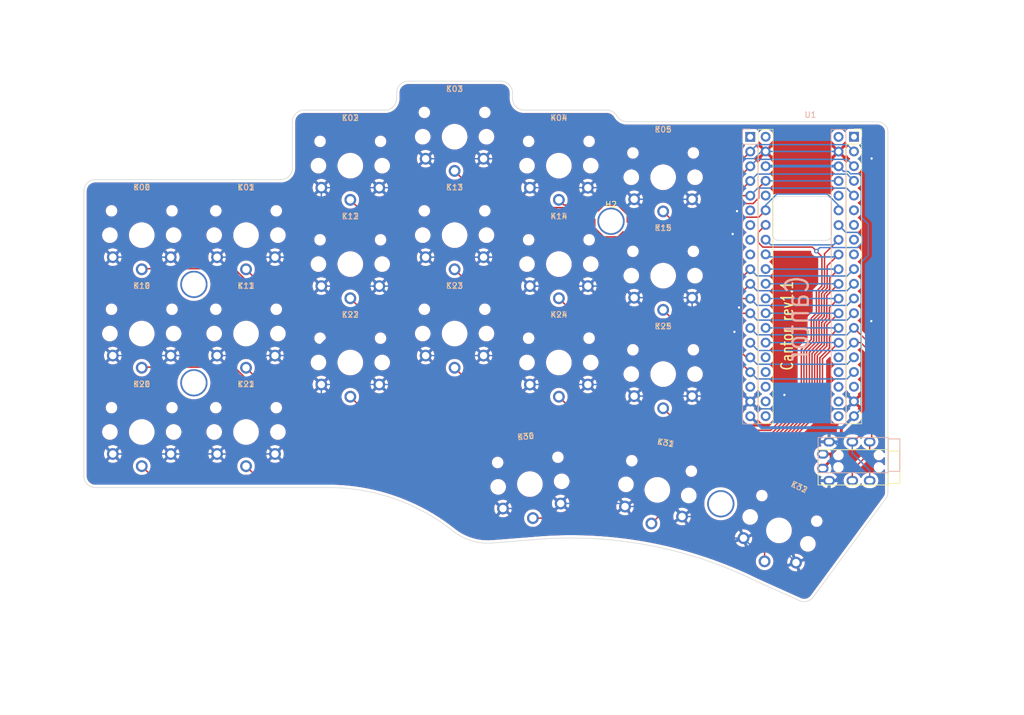
<source format=kicad_pcb>
(kicad_pcb (version 20211014) (generator pcbnew)
  (title_block (rev "rev1.0"))
  (layers (0 "F.Cu" signal) (31 "B.Cu" signal) (34 "B.Paste" user) (35 "F.Paste" user) (36 "B.SilkS" user "B.Silkscreen") (37 "F.SilkS" user "F.Silkscreen") (38 "B.Mask" user) (39 "F.Mask" user) (44 "Edge.Cuts" user))
  (net 0 "")
  (net 1 "+3V3")
  (net 2 "GND")
  (net 3 "/TX")
  (net 4 "/RX")
  (net 5 "/k00")
  (net 6 "/k01")
  (net 7 "/k02")
  (net 8 "/k03")
  (net 9 "/k04")
  (net 10 "/k05")
  (net 11 "/k10")
  (net 12 "/k11")
  (net 13 "/k12")
  (net 14 "/k13")
  (net 15 "/k14")
  (net 16 "/k15")
  (net 17 "/k20")
  (net 18 "/k21")
  (net 19 "/k22")
  (net 20 "/k23")
  (net 21 "/k24")
  (net 22 "/k25")
  (net 23 "/k30")
  (net 24 "/k31")
  (net 25 "/k32")
  (footprint "keyswitches:SW_PG1350_reversible" (layer "F.Cu") (at 164 94)
    (fp_text reference "K25")
    (fp_text value "KEYSW")
  )
  (footprint "cantor:Standoff_Hole" (layer "F.Cu") (at 155 67.6)
    (fp_text reference "H2")
    (fp_text value "MountingHole")
  )
  (footprint "keyswitches:SW_PG1350_reversible" (layer "F.Cu") (at 146 92)
    (fp_text reference "K24")
    (fp_text value "KEYSW")
  )
  (footprint "keyswitches:SW_PG1350_reversible" (layer "F.Cu") (at 92 104)
    (fp_text reference "K21")
    (fp_text value "KEYSW")
  )
  (footprint "keyswitches:SW_PG1350_reversible" (layer "F.Cu") (at 110 58)
    (fp_text reference "K02")
    (fp_text value "KEYSW")
  )
  (footprint "keyswitches:SW_PG1350_reversible" (layer "F.Cu") (at 74 87)
    (fp_text reference "K10")
    (fp_text value "KEYSW")
  )
  (footprint "cantor:Standoff_Hole" (layer "F.Cu") (at 173.95 116.4)
    (fp_text reference "H4")
    (fp_text value "MountingHole" hide)
  )
  (footprint "keyswitches:SW_PG1350_reversible" (layer "F.Cu") (at 146 58)
    (fp_text reference "K04")
    (fp_text value "KEYSW")
  )
  (footprint "keyswitches:SW_PG1350_reversible" (layer "F.Cu") (at 110 75)
    (fp_text reference "K12")
    (fp_text value "KEYSW")
  )
  (footprint "keyswitches:SW_PG1350_reversible" (layer "F.Cu") (at 141 113 5)
    (fp_text reference "K30")
    (fp_text value "KEYSW")
  )
  (footprint "keyswitches:SW_PG1350_reversible" (layer "F.Cu") (at 92 70)
    (fp_text reference "K01")
    (fp_text value "KEYSW")
  )
  (footprint "cantor:Standoff_Hole" (layer "F.Cu") (at 83 78.5)
    (fp_text reference "H1")
    (fp_text value "MountingHole" hide)
  )
  (footprint "keyswitches:SW_PG1350_reversible" (layer "F.Cu") (at 146 75)
    (fp_text reference "K14")
    (fp_text value "KEYSW")
  )
  (footprint "keyswitches:SW_PG1350_reversible" (layer "F.Cu") (at 128 87)
    (fp_text reference "K23")
    (fp_text value "KEYSW")
  )
  (footprint "keyswitches:SW_PG1350_reversible" (layer "F.Cu") (at 128 53)
    (fp_text reference "K03")
    (fp_text value "KEYSW")
  )
  (footprint "keyswitches:SW_PG1350_reversible" (layer "F.Cu") (at 110 92)
    (fp_text reference "K22")
    (fp_text value "KEYSW")
  )
  (footprint "Keebio-Parts:TRRS-PJ-320A" (layer "F.Cu") (at 202.85 110.1 -90)
    (fp_text reference "J1")
    (fp_text value "TRRS")
  )
  (footprint "keyswitches:SW_PG1350_reversible" (layer "F.Cu") (at 164 77)
    (fp_text reference "K15")
    (fp_text value "KEYSW")
  )
  (footprint "keyswitches:SW_PG1350_reversible" (layer "F.Cu") (at 184 121 -25)
    (fp_text reference "K32")
    (fp_text value "KEYSW")
  )
  (footprint "keyswitches:SW_PG1350_reversible" (layer "F.Cu") (at 92 87)
    (fp_text reference "K11")
    (fp_text value "KEYSW")
  )
  (footprint "Footprints:YAAJ_WeAct_BlackPill_2" (layer "F.Cu") (at 179.155 53)
    (fp_text reference "U1")
    (fp_text value "YAAJ_WeAct_BlackPill_Part_Like" hide)
  )
  (footprint "keyswitches:SW_PG1350_reversible" (layer "F.Cu") (at 164 60)
    (fp_text reference "K05")
    (fp_text value "KEYSW")
  )
  (footprint "keyswitches:SW_PG1350_reversible" (layer "F.Cu") (at 74 104)
    (fp_text reference "K20")
    (fp_text value "KEYSW")
  )
  (footprint "keyswitches:SW_PG1350_reversible" (layer "F.Cu") (at 128 70)
    (fp_text reference "K13")
    (fp_text value "KEYSW")
  )
  (footprint "keyswitches:SW_PG1350_reversible" (layer "F.Cu") (at 74 70)
    (fp_text reference "K00")
    (fp_text value "KEYSW")
  )
  (footprint "cantor:Standoff_Hole" (layer "F.Cu") (at 83 95.5)
    (fp_text reference "H3")
    (fp_text value "MountingHole" hide)
  )
  (footprint "keyswitches:SW_PG1350_reversible" (layer "F.Cu") (at 163 114 -10)
    (fp_text reference "K31")
    (fp_text value "KEYSW")
  )
  (gr_line (start 182.9 69.9) (end 182.9 64.3) (layer "Edge.Cuts") (width 0.1))
  (gr_arc (start 201 50.4) (mid 202.272792 50.927208) (end 202.8 52.2) (layer "Edge.Cuts") (width 0.1))
  (gr_arc (start 100 50.4) (mid 100.585786 48.985786) (end 102 48.4) (layer "Edge.Cuts") (width 0.1))
  (gr_line (start 66 113.6) (end 106.5 113.6) (layer "Edge.Cuts") (width 0.1))
  (gr_line (start 189.949999 132.449999) (end 202.434044 115.487896) (layer "Edge.Cuts") (width 0.1))
  (gr_arc (start 134.5 123.175) (mid 130.930967 122.788889) (end 127.75 121.125) (layer "Edge.Cuts") (width 0.1))
  (gr_arc (start 118 45.4) (mid 118.585786 43.985786) (end 120 43.4) (layer "Edge.Cuts") (width 0.1))
  (gr_line (start 192.1 70.9) (end 183.9 70.9) (layer "Edge.Cuts") (width 0.1))
  (gr_line (start 201 50.4) (end 157.750002 50.399998) (layer "Edge.Cuts") (width 0.1))
  (gr_arc (start 182.9 64.3) (mid 183.192893 63.592893) (end 183.9 63.3) (layer "Edge.Cuts") (width 0.1))
  (gr_line (start 118 45.4) (end 118 46.4) (layer "Edge.Cuts") (width 0.1))
  (gr_line (start 138 46.4) (end 138 45.4) (layer "Edge.Cuts") (width 0.1))
  (gr_arc (start 193.1 69.9) (mid 192.807107 70.607107) (end 192.1 70.9) (layer "Edge.Cuts") (width 0.1))
  (gr_line (start 193.092893 64.3) (end 193.1 69.9) (layer "Edge.Cuts") (width 0.1))
  (gr_arc (start 202.8 114.4) (mid 202.70606 114.973899) (end 202.434044 115.487896) (layer "Edge.Cuts") (width 0.1))
  (gr_line (start 100 50.4) (end 100 58.4) (layer "Edge.Cuts") (width 0.1))
  (gr_line (start 98 60.4) (end 66 60.4) (layer "Edge.Cuts") (width 0.1))
  (gr_arc (start 136 43.4) (mid 137.414214 43.985786) (end 138 45.4) (layer "Edge.Cuts") (width 0.1))
  (gr_arc (start 118 46.4) (mid 117.414214 47.814214) (end 116 48.4) (layer "Edge.Cuts") (width 0.1))
  (gr_arc (start 66 113.6) (mid 64.585786 113.014214) (end 64 111.6) (layer "Edge.Cuts") (width 0.1))
  (gr_line (start 202.8 114.4) (end 202.8 113.2) (layer "Edge.Cuts") (width 0.1))
  (gr_line (start 141.8 122.600001) (end 134.5 123.175) (layer "Edge.Cuts") (width 0.1))
  (gr_line (start 180.129399 129.8) (end 187.513868 133.121447) (layer "Edge.Cuts") (width 0.1))
  (gr_arc (start 140 48.4) (mid 138.585786 47.814214) (end 138 46.4) (layer "Edge.Cuts") (width 0.1))
  (gr_arc (start 157.750002 50.399998) (mid 156.742216 50.132373) (end 156 49.4) (layer "Edge.Cuts") (width 0.1))
  (gr_line (start 64 62.4) (end 64 111.6) (layer "Edge.Cuts") (width 0.1))
  (gr_arc (start 192.092893 63.3) (mid 192.8 63.592893) (end 193.092893 64.3) (layer "Edge.Cuts") (width 0.1))
  (gr_arc (start 183.9 70.9) (mid 183.192893 70.607107) (end 182.9 69.9) (layer "Edge.Cuts") (width 0.1))
  (gr_line (start 136 43.4) (end 120 43.4) (layer "Edge.Cuts") (width 0.1))
  (gr_arc (start 64 62.4) (mid 64.585786 60.985786) (end 66 60.4) (layer "Edge.Cuts") (width 0.1))
  (gr_arc (start 106.5 113.600001) (mid 117.756229 115.57996) (end 127.75 121.125) (layer "Edge.Cuts") (width 0.1))
  (gr_line (start 183.9 63.3) (end 192.092893 63.3) (layer "Edge.Cuts") (width 0.1))
  (gr_line (start 116 48.4) (end 102 48.4) (layer "Edge.Cuts") (width 0.1))
  (gr_arc (start 154.3 48.4) (mid 155.286154 48.668538) (end 156 49.4) (layer "Edge.Cuts") (width 0.1))
  (gr_line (start 202.8 113.2) (end 202.8 52.2) (layer "Edge.Cuts") (width 0.1))
  (gr_arc (start 100 58.4) (mid 99.414214 59.814214) (end 98 60.4) (layer "Edge.Cuts") (width 0.1))
  (gr_arc (start 189.949999 132.449999) (mid 188.858511 133.244969) (end 187.513868 133.121447) (layer "Edge.Cuts") (width 0.1))
  (gr_line (start 154.3 48.4) (end 140 48.4) (layer "Edge.Cuts") (width 0.1))
  (gr_arc (start 141.8 122.600001) (mid 161.459797 123.564333) (end 180.129399 129.8) (layer "Edge.Cuts") (width 0.1))
  (gr_text "Cantor" (at 187.15 84.4 90) (layer "B.SilkS") (effects (font (size 4 3) (thickness 0.4)) (justify mirror)))
  (gr_text "Cantor rev1.1" (at 185.4 85.65 90) (layer "F.SilkS") (effects (font (size 2 1.5) (thickness 0.25))))
  (segment (start 193 107.8) (end 191.55 107.8) (width 0.5) (layer "F.Cu") (net 1))
  (segment (start 193 108.85) (end 191.55 110.3) (width 0.5) (layer "F.Cu") (net 1))
  (segment (start 194.75 103.445) (end 194.75 106.05) (width 0.5) (layer "F.Cu") (net 1))
  (segment (start 193.3 107.5) (end 193 107.8) (width 0.5) (layer "F.Cu") (net 1))
  (segment (start 196.935 101.26) (end 194.75 103.445) (width 0.5) (layer "F.Cu") (net 1))
  (segment (start 194.75 106.05) (end 193.3 107.5) (width 0.5) (layer "F.Cu") (net 1))
  (segment (start 193 107.8) (end 193 108.85) (width 0.5) (layer "F.Cu") (net 1))
  (segment (start 179.035 101.28) (end 181.005 103.25) (width 0.5) (layer "B.Cu") (net 1))
  (segment (start 198.2 66.903604) (end 199.4 68.103604) (width 0.25) (layer "B.Cu") (net 1))
  (segment (start 198.2 74.656396) (end 198.2 99.995) (width 0.25) (layer "B.Cu") (net 1))
  (segment (start 199.4 73.456396) (end 198.2 74.656396) (width 0.25) (layer "B.Cu") (net 1))
  (segment (start 194.275 58.1) (end 195.170489 58.995489) (width 0.25) (layer "B.Cu") (net 1))
  (segment (start 196.351396 59.4) (end 198 59.4) (width 0.25) (layer "B.Cu") (net 1))
  (segment (start 194.945 103.25) (end 196.935 101.26) (width 0.5) (layer "B.Cu") (net 1))
  (segment (start 181.005 103.25) (end 194.945 103.25) (width 0.5) (layer "B.Cu") (net 1))
  (segment (start 199.4 68.103604) (end 199.4 73.456396) (width 0.25) (layer "B.Cu") (net 1))
  (segment (start 181.695 58.08) (end 194.255 58.08) (width 0.5) (layer "B.Cu") (net 1))
  (segment (start 194.255 58.08) (end 194.275 58.1) (width 0.25) (layer "B.Cu") (net 1))
  (segment (start 198.2 99.995) (end 196.935 101.26) (width 0.25) (layer "B.Cu") (net 1))
  (segment (start 195.170489 58.995489) (end 195.946885 58.995489) (width 0.25) (layer "B.Cu") (net 1))
  (segment (start 198 59.4) (end 198.2 59.6) (width 0.25) (layer "B.Cu") (net 1))
  (segment (start 195.946885 58.995489) (end 196.351396 59.4) (width 0.25) (layer "B.Cu") (net 1))
  (segment (start 198.2 59.6) (end 198.2 66.903604) (width 0.25) (layer "B.Cu") (net 1))
  (via (at 176.75 65.85) (size 0.8) (drill 0.4) (layers "F.Cu" "B.Cu") (net 2))
  (via (at 176.3 86.7) (size 0.8) (drill 0.4) (layers "F.Cu" "B.Cu") (net 2))
  (via (at 199.98 56.76) (size 0.8) (drill 0.4) (layers "F.Cu" "B.Cu") (net 2))
  (via (at 176 69.8) (size 0.8) (drill 0.4) (layers "F.Cu" "B.Cu") (net 2))
  (via (at 177.1 82.5) (size 0.8) (drill 0.4) (layers "F.Cu" "B.Cu") (net 2))
  (via (at 184.93 97.6) (size 0.8) (drill 0.4) (layers "F.Cu" "B.Cu") (net 2))
  (via (at 199.93 84.85) (size 0.8) (drill 0.4) (layers "F.Cu" "B.Cu") (net 2))
  (segment (start 136 56.8) (end 141 61.8) (width 0.25) (layer "B.Cu") (net 2))
  (segment (start 146.312165 116.349761) (end 156.89183 116.349761) (width 0.25) (layer "B.Cu") (net 2))
  (segment (start 170.61051 107.16449) (end 170.61051 118.61051) (width 0.25) (layer "B.Cu") (net 2))
  (segment (start 194.255 55.54) (end 194.275 55.56) (width 0.25) (layer "B.Cu") (net 2))
  (segment (start 180.295 100) (end 195.655 100) (width 0.25) (layer "B.Cu") (net 2))
  (segment (start 136.350218 117.221319) (end 145.440607 117.221319) (width 0.25) (layer "B.Cu") (net 2))
  (segment (start 79 90.8) (end 69 90.8) (width 0.25) (layer "B.Cu") (net 2))
  (segment (start 97 90.8) (end 100 90.8) (width 0.25) (layer "B.Cu") (net 2))
  (segment (start 115 78.8) (end 118 78.8) (width 0.25) (layer "B.Cu") (net 2))
  (segment (start 115 95.8) (end 118 95.8) (width 0.25) (layer "B.Cu") (net 2))
  (segment (start 79 107.8) (end 69 107.8) (width 0.25) (layer "B.Cu") (net 2))
  (segment (start 83.2 91.8) (end 86 91.8) (width 0.25) (layer "B.Cu") (net 2))
  (segment (start 87 107.8) (end 97 107.8) (width 0.25) (layer "B.Cu") (net 2))
  (segment (start 179.035 98.74) (end 170.61051 107.16449) (width 0.25) (layer "B.Cu") (net 2))
  (segment (start 107.7 86.110114) (end 101.75 92.060114) (width 0.25) (layer "B.Cu") (net 2))
  (segment (start 136 90.8) (end 141 95.8) (width 0.25) (layer "B.Cu") (net 2))
  (segment (start 193.6 112.4) (end 192.65 112.4) (width 0.25) (layer "B.Cu") (net 2))
  (segment (start 151 61.8) (end 154.55 61.8) (width 0.25) (layer "B.Cu") (net 2))
  (segment (start 87 73.8) (end 86 74.8) (width 0.25) (layer "B.Cu") (net 2))
  (segment (start 157 78.8) (end 159 80.8) (width 0.25) (layer "B.Cu") (net 2))
  (segment (start 118 78.8) (end 123 73.8) (width 0.25) (layer "B.Cu") (net 2))
  (segment (start 79 73.8) (end 69 73.8) (width 0.25) (layer "B.Cu") (net 2))
  (segment (start 141 78.8) (end 151 78.8) (width 0.25) (layer "B.Cu") (net 2))
  (segment (start 97 73.8) (end 105 65.8) (width 0.25) (layer "B.Cu") (net 2))
  (segment (start 155.55 95.8) (end 157 95.8) (width 0.25) (layer "B.Cu") (net 2))
  (segment (start 159 63.8) (end 169 63.8) (width 0.25) (layer "B.Cu") (net 2))
  (segment (start 195.5 110.5) (end 195.5 107.7) (width 0.25) (layer "B.Cu") (net 2))
  (segment (start 189.25 119.25) (end 184.434264 124.065736) (width 0.25) (layer "B.Cu") (net 2))
  (segment (start 80 74.8) (end 79 73.8) (width 0.25) (layer "B.Cu") (net 2))
  (segment (start 86 74.8) (end 80 74.8) (width 0.25) (layer "B.Cu") (net 2))
  (segment (start 101.689886 92.060114) (end 101.475 92.275) (width 0.25) (layer "B.Cu") (net 2))
  (segment (start 133 73.8) (end 136 73.8) (width 0.25) (layer "B.Cu") (net 2))
  (segment (start 118 95.8) (end 123 90.8) (width 0.25) (layer "B.Cu") (net 2))
  (segment (start 178.095 97.8) (end 179.035 98.74) (width 0.25) (layer "B.Cu") (net 2))
  (segment (start 105 65.8) (end 105 61.8) (width 0.25) (layer "B.Cu") (net 2))
  (segment (start 83.2 91.8) (end 82.2 90.8) (width 0.25) (layer "B.Cu") (net 2))
  (segment (start 195.5 107.7) (end 193.5 105.7) (width 0.25) (layer "B.Cu") (net 2))
  (segment (start 189.25 116.85) (end 192.65 113.45) (width 0.25) (layer "B.Cu") (net 2))
  (segment (start 87 73.8) (end 97 73.8) (width 0.25) (layer "B.Cu") (net 2))
  (segment (start 105 95.8) (end 115 95.8) (width 0.25) (layer "B.Cu") (net 2))
  (segment (start 100 73.8) (end 105 78.8) (width 0.25) (layer "B.Cu") (net 2))
  (segment (start 169 63.8) (end 176.03 56.77) (width 0.25) (layer "B.Cu") (net 2))
  (segment (start 165.527695 116.874029) (end 167.264176 118.61051) (width 0.25) (layer "B.Cu") (net 2))
  (segment (start 87 90.8) (end 97 90.8) (width 0.25) (layer "B.Cu") (net 2))
  (segment (start 100 90.8) (end 101.475 92.275) (width 0.25) (layer "B.Cu") (net 2))
  (segment (start 79 107.8) (end 87 107.8) (width 0.25) (layer "B.Cu") (net 2))
  (segment (start 123 90.8) (end 133 90.8) (width 0.25) (layer "B.Cu") (net 2))
  (segment (start 105 99.8) (end 105 95.8) (width 0.25) (layer "B.Cu") (net 2))
  (segment (start 155.55 78.8) (end 155.55 95.8) (width 0.25) (layer "B.Cu") (net 2))
  (segment (start 101.475 92.275) (end 105 95.8) (width 0.25) (layer "B.Cu") (net 2))
  (segment (start 157 95.8) (end 159 97.8) (width 0.25) (layer "B.Cu") (net 2))
  (segment (start 151 95.8) (end 155.55 95.8) (width 0.25) (layer "B.Cu") (net 2))
  (segment (start 107.7 78.8) (end 107.7 86.110114) (width 0.25) (layer "B.Cu") (net 2))
  (segment (start 179.729282 56.77) (end 180.959282 55.54) (width 0.25) (layer "B.Cu") (net 2))
  (segment (start 169 83.5) (end 174.55 89.05) (width 0.25) (layer "B.Cu") (net 2))
  (segment (start 97 73.8) (end 100 73.8) (width 0.25) (layer "B.Cu") (net 2))
  (segment (start 157 61.8) (end 159 63.8) (width 0.25) (layer "B.Cu") (net 2))
  (segment (start 86 91.8) (end 87 90.8) (width 0.25) (layer "B.Cu") (net 2))
  (segment (start 193.5 105.7) (end 192.65 105.7) (width 0.25) (layer "B.Cu") (net 2))
  (segment (start 101.75 92.060114) (end 101.689886 92.060114) (width 0.25) (layer "B.Cu") (net 2))
  (segment (start 181.695 55.54) (end 194.255 55.54) (width 0.25) (layer "B.Cu") (net 2))
  (segment (start 192.65 113.45) (end 192.65 112.4) (width 0.25) (layer "B.Cu") (net 2))
  (segment (start 141 95.8) (end 151 95.8) (width 0.25) (layer "B.Cu") (net 2))
  (segment (start 174.330878 122.330878) (end 177.862512 122.330878) (width 0.25) (layer "B.Cu") (net 2))
  (segment (start 169 80.8) (end 169 83.5) (width 0.25) (layer "B.Cu") (net 2))
  (segment (start 157.416098 116.874029) (end 165.527695 116.874029) (width 0.25) (layer "B.Cu") (net 2))
  (segment (start 123 56.8) (end 133 56.8) (width 0.25) (layer "B.Cu") (net 2))
  (segment (start 136 73.8) (end 141 78.8) (width 0.25) (layer "B.Cu") (net 2))
  (segment (start 145.440607 117.221319) (end 146.312165 116.349761) (width 0.25) (layer "B.Cu") (net 2))
  (segment (start 170.61051 118.61051) (end 174.330878 122.330878) (width 0.25) (layer "B.Cu") (net 2))
  (segment (start 184.434264 124.065736) (end 186.92559 126.557061) (width 0.25) (layer "B.Cu") (net 2))
  (segment (start 141 61.8) (end 151 61.8) (width 0.25) (layer "B.Cu") (net 2))
  (segment (start 154.45 78.8) (end 155.55 78.8) (width 0.25) (layer "B.Cu") (net 2))
  (segment (start 195.5 110.5) (end 193.6 112.4) (width 0.25) (layer "B.Cu") (net 2))
  (segment (start 82.2 90.8) (end 79 90.8) (width 0.25) (layer "B.Cu") (net 2))
  (segment (start 174.55 97.8) (end 178.095 97.8) (width 0.25) (layer "B.Cu") (net 2))
  (segment (start 151 78.8) (end 154.45 78.8) (width 0.25) (layer "B.Cu") (net 2))
  (segment (start 154.55 61.8) (end 157 61.8) (width 0.25) (layer "B.Cu") (net 2))
  (segment (start 193.2 112.3) (end 192.6625 112.3) (width 0.25) (layer "B.Cu") (net 2))
  (segment (start 177.862512 122.330878) (end 178.878511 123.346877) (width 0.25) (layer "B.Cu") (net 2))
  (segment (start 174.55 89.05) (end 174.55 97.8) (width 0.25) (layer "B.Cu") (net 2))
  (segment (start 169 97.8) (end 174.55 97.8) (width 0.25) (layer "B.Cu") (net 2))
  (segment (start 195.655 100) (end 196.935 98.72) (width 0.25) (layer "B.Cu") (net 2))
  (segment (start 118 61.8) (end 123 56.8) (width 0.25) (layer "B.Cu") (net 2))
  (segment (start 179.035 98.74) (end 180.295 100) (width 0.25) (layer "B.Cu") (net 2))
  (segment (start 156.89183 116.349761) (end 157.416098 116.874029) (width 0.25) (layer "B.Cu") (net 2))
  (segment (start 105 61.8) (end 115 61.8) (width 0.25) (layer "B.Cu") (net 2))
  (segment (start 178.878511 123.346877) (end 183.715406 123.346877) (width 0.25) (layer "B.Cu") (net 2))
  (segment (start 155.55 78.8) (end 157 78.8) (width 0.25) (layer "B.Cu") (net 2))
  (segment (start 107.7 78.8) (end 115 78.8) (width 0.25) (layer "B.Cu") (net 2))
  (segment (start 123 73.8) (end 133 73.8) (width 0.25) (layer "B.Cu") (net 2))
  (segment (start 159 97.8) (end 169 97.8) (width 0.25) (layer "B.Cu") (net 2))
  (segment (start 115 61.8) (end 118 61.8) (width 0.25) (layer "B.Cu") (net 2))
  (segment (start 183.715406 123.346877) (end 184.434264 124.065736) (width 0.25) (layer "B.Cu") (net 2))
  (segment (start 180.959282 55.54) (end 181.695 55.54) (width 0.25) (layer "B.Cu") (net 2))
  (segment (start 133 90.8) (end 136 90.8) (width 0.25) (layer "B.Cu") (net 2))
  (segment (start 189.25 116.85) (end 189.25 119.25) (width 0.25) (layer "B.Cu") (net 2))
  (segment (start 159 80.8) (end 169 80.8) (width 0.25) (layer "B.Cu") (net 2))
  (segment (start 167.264176 118.61051) (end 170.61051 118.61051) (width 0.25) (layer "B.Cu") (net 2))
  (segment (start 133 56.8) (end 136 56.8) (width 0.25) (layer "B.Cu") (net 2))
  (segment (start 176.03 56.77) (end 179.729282 56.77) (width 0.25) (layer "B.Cu") (net 2))
  (segment (start 105 78.8) (end 107.7 78.8) (width 0.25) (layer "B.Cu") (net 2))
  (segment (start 97 107.8) (end 105 99.8) (width 0.25) (layer "B.Cu") (net 2))
  (segment (start 200 105.35) (end 199.65 105.7) (width 0.25) (layer "F.Cu") (net 3))
  (segment (start 196.65 110.6) (end 196.65 112.4) (width 0.25) (layer "F.Cu") (net 3))
  (segment (start 199.65 107.6) (end 199.65 105.7) (width 0.25) (layer "F.Cu") (net 3))
  (segment (start 199.65 107.6) (end 196.65 110.6) (width 0.25) (layer "F.Cu") (net 3))
  (segment (start 196.935 86.02) (end 200 89.085) (width 0.25) (layer "F.Cu") (net 3))
  (segment (start 200 89.085) (end 200 105.35) (width 0.25) (layer "F.Cu") (net 3))
  (segment (start 193.786995 87.213005) (end 193.788501 87.214511) (width 0.25) (layer "B.Cu") (net 3))
  (segment (start 179.035 86.04) (end 180.208005 87.213005) (width 0.25) (layer "B.Cu") (net 3))
  (segment (start 195.740489 87.214511) (end 196.935 86.02) (width 0.25) (layer "B.Cu") (net 3))
  (segment (start 193.788501 87.214511) (end 195.740489 87.214511) (width 0.25) (layer "B.Cu") (net 3))
  (segment (start 180.208005 87.213005) (end 193.786995 87.213005) (width 0.25) (layer "B.Cu") (net 3))
  (segment (start 198.11 88.56) (end 199.55048 90.00048) (width 0.25) (layer "F.Cu") (net 4))
  (segment (start 199.55048 90.00048) (end 199.55048 102.99952) (width 0.25) (layer "F.Cu") (net 4))
  (segment (start 199.55048 102.99952) (end 196.85 105.7) (width 0.25) (layer "F.Cu") (net 4))
  (segment (start 196.935 88.56) (end 198.11 88.56) (width 0.25) (layer "F.Cu") (net 4))
  (segment (start 196.85 105.7) (end 196.65 105.7) (width 0.25) (layer "F.Cu") (net 4))
  (segment (start 199.65 110.65) (end 199.65 112.4) (width 0.25) (layer "B.Cu") (net 4))
  (segment (start 196.65 107.65) (end 199.65 110.65) (width 0.25) (layer "B.Cu") (net 4))
  (segment (start 180.380489 89.925489) (end 195.569511 89.925489) (width 0.25) (layer "B.Cu") (net 4))
  (segment (start 196.65 105.7) (end 196.65 107.65) (width 0.25) (layer "B.Cu") (net 4))
  (segment (start 179.035 88.58) (end 180.380489 89.925489) (width 0.25) (layer "B.Cu") (net 4))
  (segment (start 195.569511 89.925489) (end 196.935 88.56) (width 0.25) (layer "B.Cu") (net 4))
  (segment (start 92.45 78.25) (end 90 75.8) (width 0.25) (layer "F.Cu") (net 5))
  (segment (start 106.186198 66.94952) (end 101.69952 71.436198) (width 0.25) (layer "F.Cu") (net 5))
  (segment (start 101.69952 71.436198) (end 101.69952 73.936198) (width 0.25) (layer "F.Cu") (net 5))
  (segment (start 90 75.8) (end 74.1 75.8) (width 0.25) (layer "F.Cu") (net 5))
  (segment (start 180.500489 66.894511) (end 174.688321 66.894511) (width 0.25) (layer "F.Cu") (net 5))
  (segment (start 140.2 66.7) (end 136.39904 62.89904) (width 0.25) (layer "F.Cu") (net 5))
  (segment (start 150.8 66.7) (end 140.2 66.7) (width 0.25) (layer "F.Cu") (net 5))
  (segment (start 156.386396 70.75) (end 153.55 70.75) (width 0.25) (layer "F.Cu") (net 5))
  (segment (start 151.75 68.95) (end 151.75 67.65) (width 0.25) (layer "F.Cu") (net 5))
  (segment (start 157.236876 69.89952) (end 156.386396 70.75) (width 0.25) (layer "F.Cu") (net 5))
  (segment (start 174.688321 66.894511) (end 171.683311 69.89952) (width 0.25) (layer "F.Cu") (net 5))
  (segment (start 74.1 75.8) (end 74 75.9) (width 0.25) (layer "F.Cu") (net 5))
  (segment (start 171.683311 69.89952) (end 157.236876 69.89952) (width 0.25) (layer "F.Cu") (net 5))
  (segment (start 151.75 67.65) (end 150.8 66.7) (width 0.25) (layer "F.Cu") (net 5))
  (segment (start 153.55 70.75) (end 151.75 68.95) (width 0.25) (layer "F.Cu") (net 5))
  (segment (start 97.385717 78.25) (end 92.45 78.25) (width 0.25) (layer "F.Cu") (net 5))
  (segment (start 115.571915 66.94952) (end 106.186198 66.94952) (width 0.25) (layer "F.Cu") (net 5))
  (segment (start 101.69952 73.936198) (end 97.385717 78.25) (width 0.25) (layer "F.Cu") (net 5))
  (segment (start 181.695 65.7) (end 180.500489 66.894511) (width 0.25) (layer "F.Cu") (net 5))
  (segment (start 119.622396 62.89904) (end 115.571915 66.94952) (width 0.25) (layer "F.Cu") (net 5))
  (segment (start 136.39904 62.89904) (end 119.622396 62.89904) (width 0.25) (layer "F.Cu") (net 5))
  (segment (start 181.695 64.821701) (end 183.616701 62.9) (width 0.25) (layer "B.Cu") (net 5))
  (segment (start 183.616701 62.9) (end 192.333299 62.9) (width 0.25) (layer "B.Cu") (net 5))
  (segment (start 181.695 65.7) (end 181.695 64.821701) (width 0.25) (layer "B.Cu") (net 5))
  (segment (start 192.333299 62.9) (end 194.275 64.841701) (width 0.25) (layer "B.Cu") (net 5))
  (segment (start 194.275 64.841701) (end 194.275 65.72) (width 0.25) (layer "B.Cu") (net 5))
  (segment (start 179.521499 64.545489) (end 180.5 63.566988) (width 0.25) (layer "F.Cu") (net 6))
  (segment (start 152.2 67.3) (end 152.2 68.763604) (width 0.25) (layer "F.Cu") (net 6))
  (segment (start 92 75.9) (end 93.9 77.8) (width 0.25) (layer "F.Cu") (net 6))
  (segment (start 180.5 63.566988) (end 180.5 61.815) (width 0.25) (layer "F.Cu") (net 6))
  (segment (start 171.496915 69.44952) (end 176.400947 64.545489) (width 0.25) (layer "F.Cu") (net 6))
  (segment (start 156.2 70.3) (end 157.05048 69.44952) (width 0.25) (layer "F.Cu") (net 6))
  (segment (start 115.385718 66.5) (end 119.436198 62.44952) (width 0.25) (layer "F.Cu") (net 6))
  (segment (start 157.05048 69.44952) (end 171.496915 69.44952) (width 0.25) (layer "F.Cu") (net 6))
  (segment (start 119.436198 62.44952) (end 136.69952 62.44952) (width 0.25) (layer "F.Cu") (net 6))
  (segment (start 97.19952 77.80048) (end 101.25 73.75) (width 0.25) (layer "F.Cu") (net 6))
  (segment (start 136.69952 62.44952) (end 140.5 66.25) (width 0.25) (layer "F.Cu") (net 6))
  (segment (start 151.15 66.25) (end 152.2 67.3) (width 0.25) (layer "F.Cu") (net 6))
  (segment (start 180.5 61.815) (end 181.695 60.62) (width 0.25) (layer "F.Cu") (net 6))
  (segment (start 106 66.5) (end 115.385718 66.5) (width 0.25) (layer "F.Cu") (net 6))
  (segment (start 153.736396 70.3) (end 156.2 70.3) (width 0.25) (layer "F.Cu") (net 6))
  (segment (start 140.5 66.25) (end 151.15 66.25) (width 0.25) (layer "F.Cu") (net 6))
  (segment (start 176.400947 64.545489) (end 179.521499 64.545489) (width 0.25) (layer "F.Cu") (net 6))
  (segment (start 94.9 77.8) (end 94.90048 77.80048) (width 0.25) (layer "F.Cu") (net 6))
  (segment (start 101.25 71.25) (end 106 66.5) (width 0.25) (layer "F.Cu") (net 6))
  (segment (start 94.90048 77.80048) (end 97.19952 77.80048) (width 0.25) (layer "F.Cu") (net 6))
  (segment (start 93.9 77.8) (end 94.9 77.8) (width 0.25) (layer "F.Cu") (net 6))
  (segment (start 152.2 68.763604) (end 153.736396 70.3) (width 0.25) (layer "F.Cu") (net 6))
  (segment (start 101.25 73.75) (end 101.25 71.25) (width 0.25) (layer "F.Cu") (net 6))
  (segment (start 194.255 60.62) (end 194.275 60.64) (width 0.25) (layer "B.Cu") (net 6))
  (segment (start 181.695 60.62) (end 194.255 60.62) (width 0.25) (layer "B.Cu") (net 6))
  (segment (start 112.1 66) (end 110 63.9) (width 0.25) (layer "F.Cu") (net 7))
  (segment (start 137 62) (end 119.25 62) (width 0.25) (layer "F.Cu") (net 7))
  (segment (start 179.035 63.18) (end 177.130718 63.18) (width 0.25) (layer "F.Cu") (net 7))
  (segment (start 159.1 69) (end 157.8 67.7) (width 0.25) (layer "F.Cu") (net 7))
  (segment (start 177.130718 63.18) (end 171.310718 69) (width 0.25) (layer "F.Cu") (net 7))
  (segment (start 157.8 66.436396) (end 156.163604 64.8) (width 0.25) (layer "F.Cu") (net 7))
  (segment (start 140.8 65.8) (end 137 62) (width 0.25) (layer "F.Cu") (net 7))
  (segment (start 152.8 65.8) (end 140.8 65.8) (width 0.25) (layer "F.Cu") (net 7))
  (segment (start 171.310718 69) (end 159.1 69) (width 0.25) (layer "F.Cu") (net 7))
  (segment (start 156.163604 64.8) (end 153.8 64.8) (width 0.25) (layer "F.Cu") (net 7))
  (segment (start 153.8 64.8) (end 152.8 65.8) (width 0.25) (layer "F.Cu") (net 7))
  (segment (start 115.25 66) (end 112.1 66) (width 0.25) (layer "F.Cu") (net 7))
  (segment (start 157.8 67.7) (end 157.8 66.436396) (width 0.25) (layer "F.Cu") (net 7))
  (segment (start 119.25 62) (end 115.25 66) (width 0.25) (layer "F.Cu") (net 7))
  (segment (start 180.345 61.87) (end 195.645 61.87) (width 0.25) (layer "B.Cu") (net 7))
  (segment (start 179.035 63.18) (end 180.345 61.87) (width 0.25) (layer "B.Cu") (net 7))
  (segment (start 195.645 61.87) (end 196.935 63.16) (width 0.25) (layer "B.Cu") (net 7))
  (segment (start 153.613604 64.35) (end 152.722604 65.241) (width 0.25) (layer "F.Cu") (net 8))
  (segment (start 158.25 66.25) (end 156.35 64.35) (width 0.25) (layer "F.Cu") (net 8))
  (segment (start 158.25 67.45) (end 158.25 66.25) (width 0.25) (layer "F.Cu") (net 8))
  (segment (start 137.3 61.55) (end 130.65 61.55) (width 0.25) (layer "F.Cu") (net 8))
  (segment (start 156.35 64.35) (end 153.613604 64.35) (width 0.25) (layer "F.Cu") (net 8))
  (segment (start 130.65 61.55) (end 128 58.9) (width 0.25) (layer "F.Cu") (net 8))
  (segment (start 171.175 68.5) (end 159.3 68.5) (width 0.25) (layer "F.Cu") (net 8))
  (segment (start 152.722604 65.241) (end 140.991 65.241) (width 0.25) (layer "F.Cu") (net 8))
  (segment (start 140.991 65.241) (end 137.3 61.55) (width 0.25) (layer "F.Cu") (net 8))
  (segment (start 159.3 68.5) (end 158.25 67.45) (width 0.25) (layer "F.Cu") (net 8))
  (segment (start 179.035 60.64) (end 171.175 68.5) (width 0.25) (layer "F.Cu") (net 8))
  (segment (start 179.035 60.64) (end 180.229511 59.445489) (width 0.25) (layer "B.Cu") (net 8))
  (segment (start 180.229511 59.445489) (end 195.760489 59.445489) (width 0.25) (layer "B.Cu") (net 8))
  (segment (start 195.760489 59.445489) (end 196.935 60.62) (width 0.25) (layer "B.Cu") (net 8))
  (segment (start 158.7 67.1) (end 158.7 66) (width 0.25) (layer "F.Cu") (net 9))
  (segment (start 177.3 59.835) (end 177.3 61.739282) (width 0.25) (layer "F.Cu") (net 9))
  (segment (start 179.035 58.1) (end 177.3 59.835) (width 0.25) (layer "F.Cu") (net 9))
  (segment (start 177.3 61.739282) (end 171.039282 68) (width 0.25) (layer "F.Cu") (net 9))
  (segment (start 158.7 66) (end 156.6 63.9) (width 0.25) (layer "F.Cu") (net 9))
  (segment (start 146.891 64.791) (end 146 63.9) (width 0.25) (layer "F.Cu") (net 9))
  (segment (start 156.6 63.9) (end 153.427208 63.9) (width 0.25) (layer "F.Cu") (net 9))
  (segment (start 153.427208 63.9) (end 152.536208 64.791) (width 0.25) (layer "F.Cu") (net 9))
  (segment (start 159.6 68) (end 158.7 67.1) (width 0.25) (layer "F.Cu") (net 9))
  (segment (start 171.039282 68) (end 159.6 68) (width 0.25) (layer "F.Cu") (net 9))
  (segment (start 152.536208 64.791) (end 146.891 64.791) (width 0.25) (layer "F.Cu") (net 9))
  (segment (start 179.035 58.1) (end 180.229511 56.905489) (width 0.25) (layer "B.Cu") (net 9))
  (segment (start 195.760489 56.905489) (end 196.935 58.08) (width 0.25) (layer "B.Cu") (net 9))
  (segment (start 180.229511 56.905489) (end 195.760489 56.905489) (width 0.25) (layer "B.Cu") (net 9))
  (segment (start 176.85048 57.74452) (end 176.85048 61.553084) (width 0.25) (layer "F.Cu") (net 10))
  (segment (start 179.035 55.56) (end 176.85048 57.74452) (width 0.25) (layer "F.Cu") (net 10))
  (segment (start 176.85048 61.553084) (end 170.853084 67.55048) (width 0.25) (layer "F.Cu") (net 10))
  (segment (start 170.853084 67.55048) (end 165.65048 67.55048) (width 0.25) (layer "F.Cu") (net 10))
  (segment (start 165.65048 67.55048) (end 164 65.9) (width 0.25) (layer "F.Cu") (net 10))
  (segment (start 179.035 55.56) (end 180.229511 54.365489) (width 0.25) (layer "B.Cu") (net 10))
  (segment (start 195.760489 54.365489) (end 196.935 55.54) (width 0.25) (layer "B.Cu") (net 10))
  (segment (start 180.229511 54.365489) (end 195.760489 54.365489) (width 0.25) (layer "B.Cu") (net 10))
  (segment (start 172.99904 86.39904) (end 142.627604 86.39904) (width 0.25) (layer "F.Cu") (net 11))
  (segment (start 90 92.8) (end 74.1 92.8) (width 0.25) (layer "F.Cu") (net 11))
  (segment (start 177.5 92.125) (end 177.5 90.9) (width 0.25) (layer "F.Cu") (net 11))
  (segment (start 100.75 92) (end 98 94.75) (width 0.25) (layer "F.Cu") (net 11))
  (segment (start 179.035 93.66) (end 177.5 92.125) (width 0.25) (layer "F.Cu") (net 11))
  (segment (start 100.75 89.135718) (end 100.75 92) (width 0.25) (layer "F.Cu") (net 11))
  (segment (start 118.254057 79.517379) (end 114.021436 83.75) (width 0.25) (layer "F.Cu") (net 11))
  (segment (start 74.1 92.8) (end 74 92.9) (width 0.25) (layer "F.Cu") (net 11))
  (segment (start 177.5 90.9) (end 172.99904 86.39904) (width 0.25) (layer "F.Cu") (net 11))
  (segment (start 98 94.75) (end 91.95 94.75) (width 0.25) (layer "F.Cu") (net 11))
  (segment (start 135.745944 79.517379) (end 118.254057 79.517379) (width 0.25) (layer "F.Cu") (net 11))
  (segment (start 91.95 94.75) (end 90 92.8) (width 0.25) (layer "F.Cu") (net 11))
  (segment (start 142.627604 86.39904) (end 135.745944 79.517379) (width 0.25) (layer "F.Cu") (net 11))
  (segment (start 106.135718 83.75) (end 100.75 89.135718) (width 0.25) (layer "F.Cu") (net 11))
  (segment (start 114.021436 83.75) (end 106.135718 83.75) (width 0.25) (layer "F.Cu") (net 11))
  (segment (start 179.035 93.66) (end 180.209511 94.834511) (width 0.25) (layer "B.Cu") (net 11))
  (segment (start 180.209511 94.834511) (end 195.740489 94.834511) (width 0.25) (layer "B.Cu") (net 11))
  (segment (start 195.740489 94.834511) (end 196.935 93.64) (width 0.25) (layer "B.Cu") (net 11))
  (segment (start 173.18952 85.94952) (end 142.813802 85.94952) (width 0.25) (layer "F.Cu") (net 12))
  (segment (start 100.30048 91.813802) (end 97.813802 94.30048) (width 0.25) (layer "F.Cu") (net 12))
  (segment (start 93.40048 94.30048) (end 92 92.9) (width 0.25) (layer "F.Cu") (net 12))
  (segment (start 118.067859 79.067859) (end 113.885718 83.25) (width 0.25) (layer "F.Cu") (net 12))
  (segment (start 179.035 91.12) (end 178.36 91.12) (width 0.25) (layer "F.Cu") (net 12))
  (segment (start 100.30048 88.949521) (end 100.30048 91.813802) (width 0.25) (layer "F.Cu") (net 12))
  (segment (start 135.932141 79.067859) (end 118.067859 79.067859) (width 0.25) (layer "F.Cu") (net 12))
  (segment (start 142.813802 85.94952) (end 135.932141 79.067859) (width 0.25) (layer "F.Cu") (net 12))
  (segment (start 106 83.25) (end 100.30048 88.949521) (width 0.25) (layer "F.Cu") (net 12))
  (segment (start 178.36 91.12) (end 173.18952 85.94952) (width 0.25) (layer "F.Cu") (net 12))
  (segment (start 97.813802 94.30048) (end 93.40048 94.30048) (width 0.25) (layer "F.Cu") (net 12))
  (segment (start 113.885718 83.25) (end 106 83.25) (width 0.25) (layer "F.Cu") (net 12))
  (segment (start 195.740489 92.294511) (end 196.935 91.1) (width 0.25) (layer "B.Cu") (net 12))
  (segment (start 180.209511 92.294511) (end 195.740489 92.294511) (width 0.25) (layer "B.Cu") (net 12))
  (segment (start 179.035 91.12) (end 180.209511 92.294511) (width 0.25) (layer "B.Cu") (net 12))
  (segment (start 175.226436 83.5) (end 173.226435 85.5) (width 0.25) (layer "F.Cu") (net 13))
  (segment (start 143 85.5) (end 136 78.5) (width 0.25) (layer "F.Cu") (net 13))
  (segment (start 111.75 82.65) (end 110 80.9) (width 0.25) (layer "F.Cu") (net 13))
  (segment (start 179.035 83.5) (end 175.226436 83.5) (width 0.25) (layer "F.Cu") (net 13))
  (segment (start 113.85 82.65) (end 111.75 82.65) (width 0.25) (layer "F.Cu") (net 13))
  (segment (start 136 78.5) (end 118 78.5) (width 0.25) (layer "F.Cu") (net 13))
  (segment (start 173.226435 85.5) (end 143 85.5) (width 0.25) (layer "F.Cu") (net 13))
  (segment (start 118 78.5) (end 113.85 82.65) (width 0.25) (layer "F.Cu") (net 13))
  (segment (start 195.740489 84.674511) (end 196.935 83.48) (width 0.25) (layer "B.Cu") (net 13))
  (segment (start 179.035 83.5) (end 180.209511 84.674511) (width 0.25) (layer "B.Cu") (net 13))
  (segment (start 180.209511 84.674511) (end 195.740489 84.674511) (width 0.25) (layer "B.Cu") (net 13))
  (segment (start 143.25 85) (end 136.30048 78.05048) (width 0.25) (layer "F.Cu") (net 14))
  (segment (start 136.30048 78.05048) (end 130.15048 78.05048) (width 0.25) (layer "F.Cu") (net 14))
  (segment (start 177.130718 80.96) (end 173.090718 85) (width 0.25) (layer "F.Cu") (net 14))
  (segment (start 179.035 80.96) (end 177.130718 80.96) (width 0.25) (layer "F.Cu") (net 14))
  (segment (start 130.15048 78.05048) (end 128 75.9) (width 0.25) (layer "F.Cu") (net 14))
  (segment (start 173.090718 85) (end 143.25 85) (width 0.25) (layer "F.Cu") (net 14))
  (segment (start 179.035 80.96) (end 180.209511 82.134511) (width 0.25) (layer "B.Cu") (net 14))
  (segment (start 180.209511 82.134511) (end 195.740489 82.134511) (width 0.25) (layer "B.Cu") (net 14))
  (segment (start 195.740489 82.134511) (end 196.935 80.94) (width 0.25) (layer "B.Cu") (net 14))
  (segment (start 149.6 84.5) (end 146 80.9) (width 0.25) (layer "F.Cu") (net 15))
  (segment (start 179.035 78.42) (end 172.955 84.5) (width 0.25) (layer "F.Cu") (net 15))
  (segment (start 172.955 84.5) (end 149.6 84.5) (width 0.25) (layer "F.Cu") (net 15))
  (segment (start 195.740489 79.594511) (end 196.935 78.4) (width 0.25) (layer "B.Cu") (net 15))
  (segment (start 180.209511 79.594511) (end 195.740489 79.594511) (width 0.25) (layer "B.Cu") (net 15))
  (segment (start 179.035 78.42) (end 180.209511 79.594511) (width 0.25) (layer "B.Cu") (net 15))
  (segment (start 165.15048 84.05048) (end 164 82.9) (width 0.25) (layer "F.Cu") (net 16))
  (segment (start 177.4 79.419282) (end 172.768802 84.05048) (width 0.25) (layer "F.Cu") (net 16))
  (segment (start 177.4 77.515) (end 177.4 79.419282) (width 0.25) (layer "F.Cu") (net 16))
  (segment (start 172.768802 84.05048) (end 165.15048 84.05048) (width 0.25) (layer "F.Cu") (net 16))
  (segment (start 179.035 75.88) (end 177.4 77.515) (width 0.25) (layer "F.Cu") (net 16))
  (segment (start 179.035 75.88) (end 180.189511 77.034511) (width 0.25) (layer "B.Cu") (net 16))
  (segment (start 195.740489 77.054511) (end 196.935 75.86) (width 0.25) (layer "B.Cu") (net 16))
  (segment (start 192.275009 77.034511) (end 192.295009 77.054511) (width 0.25) (layer "B.Cu") (net 16))
  (segment (start 180.189511 77.034511) (end 192.275009 77.034511) (width 0.25) (layer "B.Cu") (net 16))
  (segment (start 192.295009 77.054511) (end 195.740489 77.054511) (width 0.25) (layer "B.Cu") (net 16))
  (segment (start 191.810601 85.289399) (end 191.810601 88.963802) (width 0.25) (layer "F.Cu") (net 17))
  (segment (start 183.592846 106) (end 139.114282 106) (width 0.25) (layer "F.Cu") (net 17))
  (segment (start 190.15144 99.441406) (end 183.592846 106) (width 0.25) (layer "F.Cu") (net 17))
  (segment (start 191.810601 88.963802) (end 190.15144 90.622963) (width 0.25) (layer "F.Cu") (net 17))
  (segment (start 190.15144 90.622963) (end 190.15144 99.441406) (width 0.25) (layer "F.Cu") (net 17))
  (segment (start 139.114282 106) (end 135.063802 101.94952) (width 0.25) (layer "F.Cu") (net 17))
  (segment (start 75.6 111.5) (end 74 109.9) (width 0.25) (layer "F.Cu") (net 17))
  (segment (start 192.7 84.4) (end 191.810601 85.289399) (width 0.25) (layer "F.Cu") (net 17))
  (segment (start 192.7 82.535) (end 192.7 84.4) (width 0.25) (layer "F.Cu") (net 17))
  (segment (start 108.30048 101.94952) (end 98.75 111.5) (width 0.25) (layer "F.Cu") (net 17))
  (segment (start 98.75 111.5) (end 75.6 111.5) (width 0.25) (layer "F.Cu") (net 17))
  (segment (start 194.275 80.96) (end 192.7 82.535) (width 0.25) (layer "F.Cu") (net 17))
  (segment (start 135.063802 101.94952) (end 108.30048 101.94952) (width 0.25) (layer "F.Cu") (net 17))
  (segment (start 181.695 80.94) (end 194.255 80.94) (width 0.25) (layer "B.Cu") (net 17))
  (segment (start 194.255 80.94) (end 194.275 80.96) (width 0.25) (layer "B.Cu") (net 17))
  (segment (start 191.361081 85.103202) (end 191.361081 88.777604) (width 0.25) (layer "F.Cu") (net 18))
  (segment (start 191.361081 88.777604) (end 189.70192 90.436765) (width 0.25) (layer "F.Cu") (net 18))
  (segment (start 183.457128 105.5) (end 139.25 105.5) (width 0.25) (layer "F.Cu") (net 18))
  (segment (start 135.25 101.5) (end 108 101.5) (width 0.25) (layer "F.Cu") (net 18))
  (segment (start 189.70192 99.255208) (end 183.457128 105.5) (width 0.25) (layer "F.Cu") (net 18))
  (segment (start 108 101.5) (end 98.44952 111.05048) (width 0.25) (layer "F.Cu") (net 18))
  (segment (start 139.25 105.5) (end 135.25 101.5) (width 0.25) (layer "F.Cu") (net 18))
  (segment (start 194.275 78.42) (end 192.25048 80.44452) (width 0.25) (layer "F.Cu") (net 18))
  (segment (start 93.15048 111.05048) (end 92 109.9) (width 0.25) (layer "F.Cu") (net 18))
  (segment (start 192.25048 84.213802) (end 191.361081 85.103202) (width 0.25) (layer "F.Cu") (net 18))
  (segment (start 189.70192 90.436765) (end 189.70192 99.255208) (width 0.25) (layer "F.Cu") (net 18))
  (segment (start 98.44952 111.05048) (end 93.15048 111.05048) (width 0.25) (layer "F.Cu") (net 18))
  (segment (start 192.25048 80.44452) (end 192.25048 84.213802) (width 0.25) (layer "F.Cu") (net 18))
  (segment (start 194.255 78.4) (end 194.275 78.42) (width 0.25) (layer "B.Cu") (net 18))
  (segment (start 181.695 78.4) (end 194.255 78.4) (width 0.25) (layer "B.Cu") (net 18))
  (segment (start 135.436197 101.05048) (end 113.15048 101.05048) (width 0.25) (layer "F.Cu") (net 19))
  (segment (start 192.754641 77.400359) (end 192.754641 79.304641) (width 0.25) (layer "F.Cu") (net 19))
  (segment (start 139.436197 105.05048) (end 135.436197 101.05048) (width 0.25) (layer "F.Cu") (net 19))
  (segment (start 191.80096 84.027605) (end 190.911562 84.917003) (width 0.25) (layer "F.Cu") (net 19))
  (segment (start 190.911562 84.917003) (end 190.911561 88.591406) (width 0.25) (layer "F.Cu") (net 19))
  (segment (start 189.25 90.252967) (end 189.25 99) (width 0.25) (layer "F.Cu") (net 19))
  (segment (start 113.15048 101.05048) (end 110 97.9) (width 0.25) (layer "F.Cu") (net 19))
  (segment (start 183.19952 105.05048) (end 139.436197 105.05048) (width 0.25) (layer "F.Cu") (net 19))
  (segment (start 189.25 99) (end 183.19952 105.05048) (width 0.25) (layer "F.Cu") (net 19))
  (segment (start 191.80096 80.258323) (end 191.80096 84.027605) (width 0.25) (layer "F.Cu") (net 19))
  (segment (start 190.911561 88.591406) (end 189.25 90.252967) (width 0.25) (layer "F.Cu") (net 19))
  (segment (start 194.275 75.88) (end 192.754641 77.400359) (width 0.25) (layer "F.Cu") (net 19))
  (segment (start 192.754641 79.304641) (end 191.80096 80.258323) (width 0.25) (layer "F.Cu") (net 19))
  (segment (start 194.255 75.86) (end 194.275 75.88) (width 0.25) (layer "B.Cu") (net 19))
  (segment (start 181.695 75.86) (end 194.255 75.86) (width 0.25) (layer "B.Cu") (net 19))
  (segment (start 194.275 73.34) (end 192.305121 75.309879) (width 0.25) (layer "F.Cu") (net 20))
  (segment (start 192.305121 79.118444) (end 191.35144 80.072126) (width 0.25) (layer "F.Cu") (net 20))
  (segment (start 191.35144 80.072126) (end 191.35144 83.841407) (width 0.25) (layer "F.Cu") (net 20))
  (segment (start 183.013322 104.60096) (end 139.70096 104.60096) (width 0.25) (layer "F.Cu") (net 20))
  (segment (start 192.305121 75.309879) (end 192.305121 79.118444) (width 0.25) (layer "F.Cu") (net 20))
  (segment (start 188.75 90.117249) (end 188.75 98.864282) (width 0.25) (layer "F.Cu") (net 20))
  (segment (start 190.462042 84.730806) (end 190.462042 88.405207) (width 0.25) (layer "F.Cu") (net 20))
  (segment (start 190.462042 88.405207) (end 188.75 90.117249) (width 0.25) (layer "F.Cu") (net 20))
  (segment (start 139.70096 104.60096) (end 128 92.9) (width 0.25) (layer "F.Cu") (net 20))
  (segment (start 191.35144 83.841407) (end 190.462042 84.730806) (width 0.25) (layer "F.Cu") (net 20))
  (segment (start 188.75 98.864282) (end 183.013322 104.60096) (width 0.25) (layer "F.Cu") (net 20))
  (segment (start 181.695 73.32) (end 182.135 73.76) (width 0.25) (layer "B.Cu") (net 20))
  (segment (start 182.135 73.76) (end 193.855 73.76) (width 0.25) (layer "B.Cu") (net 20))
  (segment (start 193.855 73.76) (end 194.275 73.34) (width 0.25) (layer "B.Cu") (net 20))
  (segment (start 190.012523 84.544607) (end 190.012522 88.219009) (width 0.25) (layer "F.Cu") (net 21))
  (segment (start 152.25144 104.15144) (end 146 97.9) (width 0.25) (layer "F.Cu") (net 21))
  (segment (start 182.827124 104.15144) (end 152.25144 104.15144) (width 0.25) (layer "F.Cu") (net 21))
  (segment (start 188.30048 98.678084) (end 182.827124 104.15144) (width 0.25) (layer "F.Cu") (net 21))
  (segment (start 194.275 70.8) (end 191.855601 73.219399) (width 0.25) (layer "F.Cu") (net 21))
  (segment (start 190.90192 83.65521) (end 190.012523 84.544607) (width 0.25) (layer "F.Cu") (net 21))
  (segment (start 191.855601 73.219399) (end 191.855601 78.932247) (width 0.25) (layer "F.Cu") (net 21))
  (segment (start 190.012522 88.219009) (end 188.30048 89.931052) (width 0.25) (layer "F.Cu") (net 21))
  (segment (start 191.855601 78.932247) (end 190.901921 79.885927) (width 0.25) (layer "F.Cu") (net 21))
  (segment (start 190.901921 79.885927) (end 190.90192 83.65521) (width 0.25) (layer "F.Cu") (net 21))
  (segment (start 188.30048 89.931052) (end 188.30048 98.678084) (width 0.25) (layer "F.Cu") (net 21))
  (segment (start 193.395 71.68) (end 194.275 70.8) (width 0.25) (layer "B.Cu") (net 21))
  (segment (start 182.595 71.68) (end 193.395 71.68) (width 0.25) (layer "B.Cu") (net 21))
  (segment (start 181.695 70.78) (end 182.595 71.68) (width 0.25) (layer "B.Cu") (net 21))
  (segment (start 191.406081 78.746049) (end 190.452401 79.69973) (width 0.25) (layer "F.Cu") (net 22))
  (segment (start 189.563002 88.032811) (end 187.85096 89.744855) (width 0.25) (layer "F.Cu") (net 22))
  (segment (start 187.85096 98.39904) (end 182.54808 103.70192) (width 0.25) (layer "F.Cu") (net 22))
  (segment (start 190.452401 79.69973) (end 190.452401 83.469011) (width 0.25) (layer "F.Cu") (net 22))
  (segment (start 180.4 69.535) (end 180.4 71.26) (width 0.25) (layer "F.Cu") (net 22))
  (segment (start 187.85096 89.744855) (end 187.85096 98.39904) (width 0.25) (layer "F.Cu") (net 22))
  (segment (start 191.406081 73.706081) (end 191.406081 78.746049) (width 0.25) (layer "F.Cu") (net 22))
  (segment (start 167.80192 103.70192) (end 164 99.9) (width 0.25) (layer "F.Cu") (net 22))
  (segment (start 190.45 72.75) (end 191.406081 73.706081) (width 0.25) (layer "F.Cu") (net 22))
  (segment (start 189.76 72.06) (end 190.45 72.75) (width 0.25) (layer "F.Cu") (net 22))
  (segment (start 181.695 68.24) (end 180.4 69.535) (width 0.25) (layer "F.Cu") (net 22))
  (segment (start 182.54808 103.70192) (end 167.80192 103.70192) (width 0.25) (layer "F.Cu") (net 22))
  (segment (start 181.2 72.06) (end 189.76 72.06) (width 0.25) (layer "F.Cu") (net 22))
  (segment (start 190.452401 83.469011) (end 189.563003 84.35841) (width 0.25) (layer "F.Cu") (net 22))
  (segment (start 180.4 71.26) (end 181.2 72.06) (width 0.25) (layer "F.Cu") (net 22))
  (segment (start 189.563003 84.35841) (end 189.563002 88.032811) (width 0.25) (layer "F.Cu") (net 22))
  (via (at 190.45 72.75) (size 0.8) (drill 0.4) (layers "F.Cu" "B.Cu") (net 22))
  (segment (start 198.31 70.26) (end 197.57 69.52) (width 0.25) (layer "B.Cu") (net 22))
  (segment (start 198.31 71.36) (end 198.31 70.26) (width 0.25) (layer "B.Cu") (net 22))
  (segment (start 197.53 72.14) (end 198.31 71.36) (width 0.25) (layer "B.Cu") (net 22))
  (segment (start 197.57 69.52) (end 195.535 69.52) (width 0.25) (layer "B.Cu") (net 22))
  (segment (start 190.45 72.75) (end 191.06 72.14) (width 0.25) (layer "B.Cu") (net 22))
  (segment (start 195.535 69.52) (end 194.275 68.26) (width 0.25) (layer "B.Cu") (net 22))
  (segment (start 191.06 72.14) (end 197.53 72.14) (width 0.25) (layer "B.Cu") (net 22))
  (segment (start 194.275 83.5) (end 192.260121 85.514879) (width 0.25) (layer "F.Cu") (net 23))
  (segment (start 192.260121 89.15) (end 190.60096 90.809161) (width 0.25) (layer "F.Cu") (net 23))
  (segment (start 192.260121 85.514879) (end 192.260121 89.15) (width 0.25) (layer "F.Cu") (net 23))
  (segment (start 190.60096 99.627604) (end 183.728564 106.5) (width 0.25) (layer "F.Cu") (net 23))
  (segment (start 190.60096 90.809161) (end 190.60096 99.627604) (width 0.25) (layer "F.Cu") (net 23))
  (segment (start 161.95 110.8) (end 155.7 110.8) (width 0.25) (layer "F.Cu") (net 23))
  (segment (start 183.728564 106.5) (end 166.25 106.5) (width 0.25) (layer "F.Cu") (net 23))
  (segment (start 166.25 106.5) (end 161.95 110.8) (width 0.25) (layer "F.Cu") (net 23))
  (segment (start 147.622451 118.877549) (end 141.514219 118.877549) (width 0.25) (layer "F.Cu") (net 23))
  (segment (start 155.7 110.8) (end 147.622451 118.877549) (width 0.25) (layer "F.Cu") (net 23))
  (segment (start 194.255 83.48) (end 194.275 83.5) (width 0.25) (layer "B.Cu") (net 23))
  (segment (start 181.695 83.48) (end 194.255 83.48) (width 0.25) (layer "B.Cu") (net 23))
  (segment (start 191.05048 91.168803) (end 191.05048 99.813802) (width 0.25) (layer "F.Cu") (net 24))
  (segment (start 179.017859 106.982141) (end 183.882141 106.982141) (width 0.25) (layer "F.Cu") (net 24))
  (segment (start 191.05048 99.813802) (end 183.882141 106.982141) (width 0.25) (layer "F.Cu") (net 24))
  (segment (start 192.709641 89.509641) (end 191.05048 91.168803) (width 0.25) (layer "F.Cu") (net 24))
  (segment (start 194.275 86.04) (end 192.709641 87.605359) (width 0.25) (layer "F.Cu") (net 24))
  (segment (start 192.709641 87.605359) (end 192.709641 89.509641) (width 0.25) (layer "F.Cu") (net 24))
  (segment (start 165.285842 116.5) (end 161.975476 119.810366) (width 0.25) (layer "F.Cu") (net 24))
  (segment (start 169.5 116.5) (end 165.285842 116.5) (width 0.25) (layer "F.Cu") (net 24))
  (segment (start 169.5 116.5) (end 179.017859 106.982141) (width 0.25) (layer "F.Cu") (net 24))
  (segment (start 181.695 86.02) (end 194.255 86.02) (width 0.25) (layer "B.Cu") (net 24))
  (segment (start 194.255 86.02) (end 194.275 86.04) (width 0.25) (layer "B.Cu") (net 24))
  (segment (start 191.5 91.355) (end 191.5 100) (width 0.25) (layer "F.Cu") (net 25))
  (segment (start 194.275 88.58) (end 191.5 91.355) (width 0.25) (layer "F.Cu") (net 25))
  (segment (start 191.5 100) (end 184.2 107.3) (width 0.25) (layer "F.Cu") (net 25))
  (segment (start 184.2 107.3) (end 184.2 116) (width 0.25) (layer "F.Cu") (net 25))
  (segment (start 181.506552 118.693448) (end 181.506552 126.347216) (width 0.25) (layer "F.Cu") (net 25))
  (segment (start 184.2 116) (end 181.506552 118.693448) (width 0.25) (layer "F.Cu") (net 25))
  (segment (start 181.695 88.56) (end 194.255 88.56) (width 0.25) (layer "B.Cu") (net 25))
  (segment (start 194.255 88.56) (end 194.275 88.58) (width 0.25) (layer "B.Cu") (net 25))
  (zone (net 2) (net_name "GND") (layers F&B.Cu) (connect_pads (clearance 0.508)) (min_thickness 0.254) (fill yes (thermal_gap 0.508) (thermal_bridge_width 0.508))
    (polygon (pts (xy 225.14 152.93) (xy 49.53 144.6) (xy 52.31 31.69) (xy 226.3 29.38)))
  )
)
</source>
